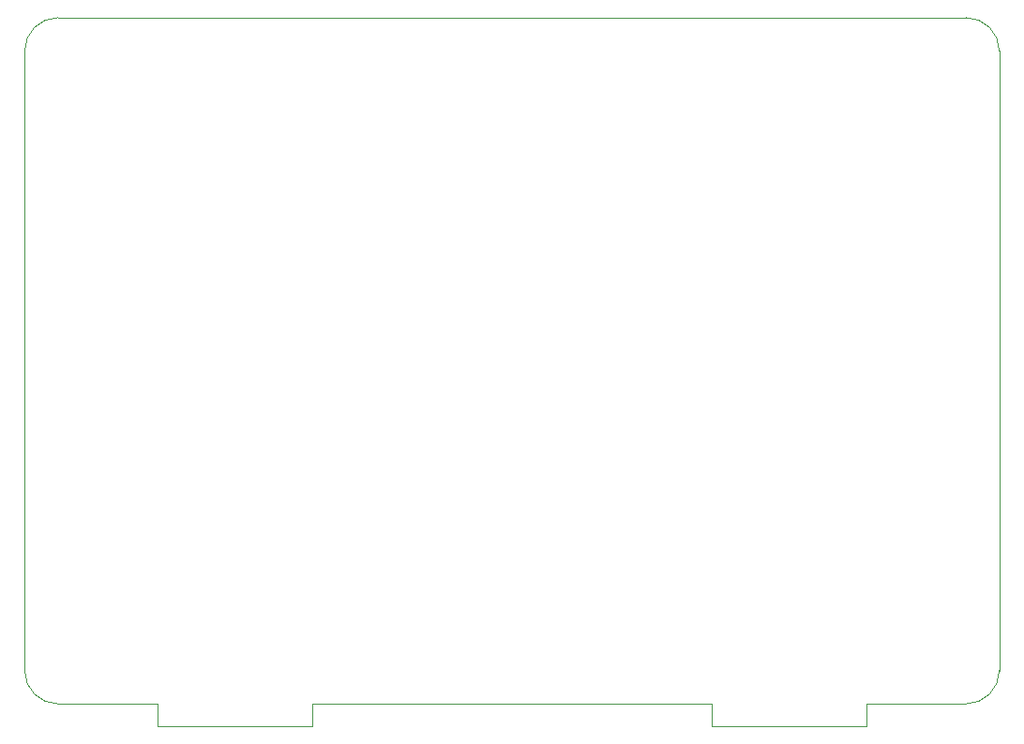
<source format=gbr>
%TF.GenerationSoftware,KiCad,Pcbnew,8.0.5*%
%TF.CreationDate,2024-09-19T11:27:23+10:00*%
%TF.ProjectId,SBR2.1,53425232-2e31-42e6-9b69-6361645f7063,rev?*%
%TF.SameCoordinates,Original*%
%TF.FileFunction,Profile,NP*%
%FSLAX46Y46*%
G04 Gerber Fmt 4.6, Leading zero omitted, Abs format (unit mm)*
G04 Created by KiCad (PCBNEW 8.0.5) date 2024-09-19 11:27:23*
%MOMM*%
%LPD*%
G01*
G04 APERTURE LIST*
%TA.AperFunction,Profile*%
%ADD10C,0.050000*%
%TD*%
G04 APERTURE END LIST*
D10*
X86000000Y-100000001D02*
G75*
G02*
X82999999Y-97000001I0J3000001D01*
G01*
X145000000Y-102000000D02*
X159000000Y-102000000D01*
X168000000Y-38000000D02*
X86000000Y-38000000D01*
X145000000Y-100000000D02*
X145000000Y-102000000D01*
X159000000Y-100000000D02*
X168000001Y-100000001D01*
X86000000Y-100000000D02*
X95000000Y-100000000D01*
X171000001Y-97000001D02*
G75*
G02*
X168000001Y-100000001I-3000001J1D01*
G01*
X95000000Y-100000000D02*
X95000000Y-102000000D01*
X95000000Y-102000000D02*
X109000000Y-102000000D01*
X171000001Y-97000001D02*
X171000000Y-41000000D01*
X168000000Y-38000000D02*
G75*
G02*
X171000000Y-41000000I0J-3000000D01*
G01*
X109000000Y-100000000D02*
X145000000Y-100000000D01*
X83000000Y-41000000D02*
G75*
G02*
X86000000Y-38000000I3000000J0D01*
G01*
X109000000Y-102000000D02*
X109000000Y-100000000D01*
X83000000Y-41000000D02*
X83000000Y-97000001D01*
X159000000Y-102000000D02*
X159000000Y-100000000D01*
M02*

</source>
